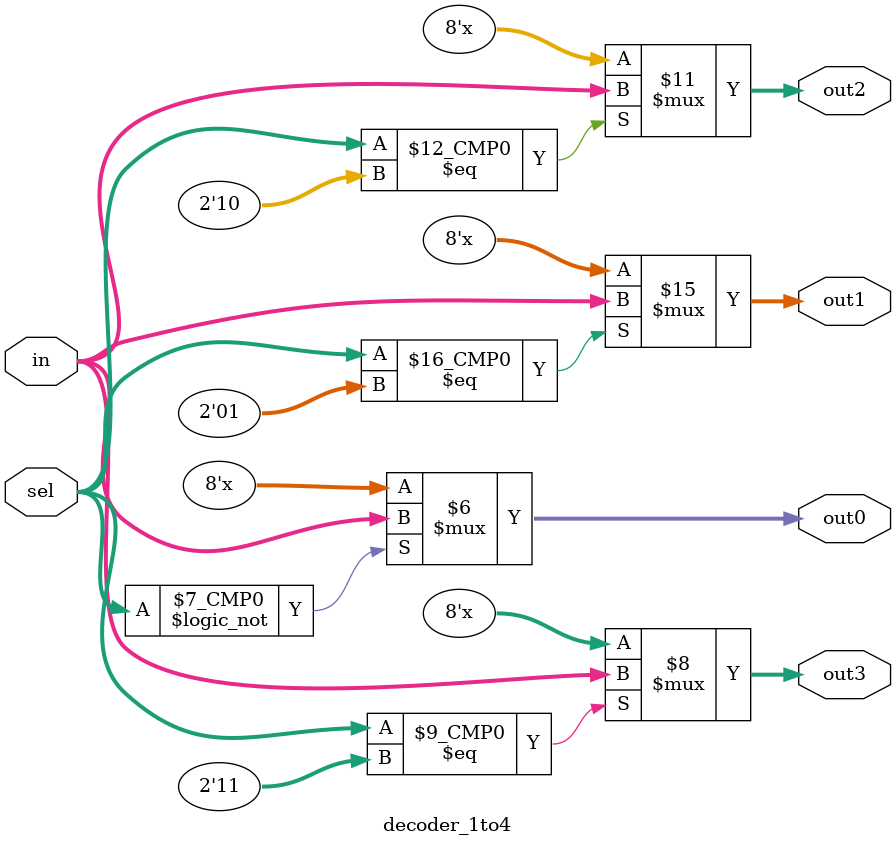
<source format=v>
module decoder_1to4 (
    input [7:0] in,  // 32-bit input
    input [1:0] sel,  // 2-bit selection
    output reg [7:0] out0, out1, out2, out3 // 32-bit outputs
);

    initial begin
        out0 = 8'b0;
        out1 = 8'b0;
        out2 = 8'b0;
        out3 = 8'b0;
    end

    always @ (*) begin
        case(sel)
            2'b00: out0 = in;
            2'b01: out1 = in;
            2'b10: out2 = in;
            2'b11: out3 = in;
            default: ; // No action
        endcase
    end
    
endmodule
</source>
